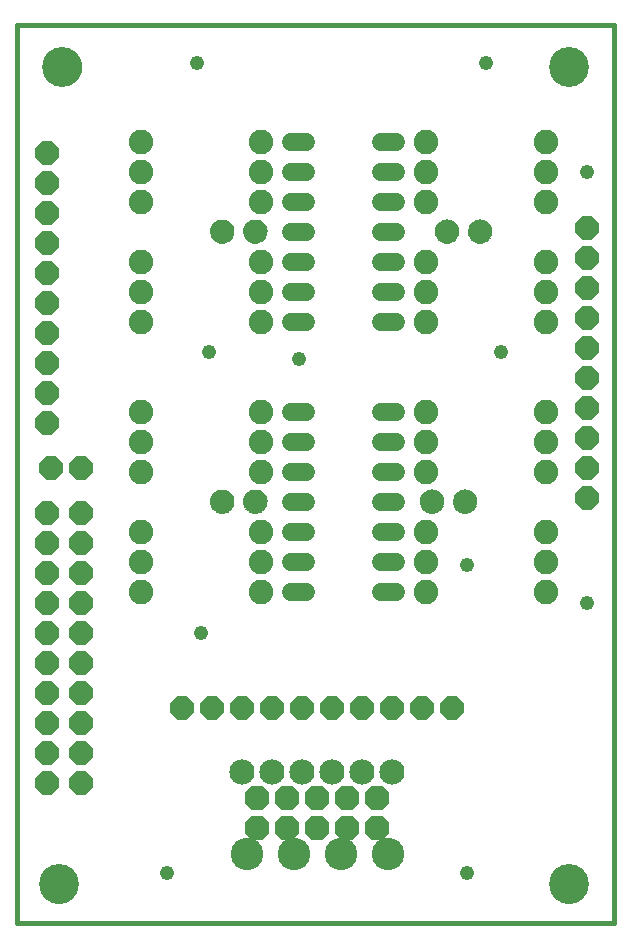
<source format=gbs>
G75*
%MOIN*%
%OFA0B0*%
%FSLAX25Y25*%
%IPPOS*%
%LPD*%
%AMOC8*
5,1,8,0,0,1.08239X$1,22.5*
%
%ADD10C,0.00000*%
%ADD11C,0.13300*%
%ADD12C,0.01600*%
%ADD13C,0.00500*%
%ADD14C,0.06000*%
%ADD15C,0.08200*%
%ADD16OC8,0.07800*%
%ADD17C,0.10839*%
%ADD18OC8,0.08200*%
%ADD19C,0.08400*%
%ADD20C,0.04762*%
D10*
X0016144Y0018050D02*
X0016146Y0018208D01*
X0016152Y0018365D01*
X0016162Y0018523D01*
X0016176Y0018680D01*
X0016194Y0018836D01*
X0016215Y0018993D01*
X0016241Y0019148D01*
X0016271Y0019303D01*
X0016304Y0019457D01*
X0016342Y0019610D01*
X0016383Y0019763D01*
X0016428Y0019914D01*
X0016477Y0020064D01*
X0016530Y0020212D01*
X0016586Y0020360D01*
X0016647Y0020505D01*
X0016710Y0020650D01*
X0016778Y0020792D01*
X0016849Y0020933D01*
X0016923Y0021072D01*
X0017001Y0021209D01*
X0017083Y0021344D01*
X0017167Y0021477D01*
X0017256Y0021608D01*
X0017347Y0021736D01*
X0017442Y0021863D01*
X0017539Y0021986D01*
X0017640Y0022108D01*
X0017744Y0022226D01*
X0017851Y0022342D01*
X0017961Y0022455D01*
X0018073Y0022566D01*
X0018189Y0022673D01*
X0018307Y0022778D01*
X0018427Y0022880D01*
X0018550Y0022978D01*
X0018676Y0023074D01*
X0018804Y0023166D01*
X0018934Y0023255D01*
X0019066Y0023341D01*
X0019201Y0023423D01*
X0019338Y0023502D01*
X0019476Y0023577D01*
X0019616Y0023649D01*
X0019759Y0023717D01*
X0019902Y0023782D01*
X0020048Y0023843D01*
X0020195Y0023900D01*
X0020343Y0023954D01*
X0020493Y0024004D01*
X0020643Y0024050D01*
X0020795Y0024092D01*
X0020948Y0024131D01*
X0021102Y0024165D01*
X0021257Y0024196D01*
X0021412Y0024222D01*
X0021568Y0024245D01*
X0021725Y0024264D01*
X0021882Y0024279D01*
X0022039Y0024290D01*
X0022197Y0024297D01*
X0022355Y0024300D01*
X0022512Y0024299D01*
X0022670Y0024294D01*
X0022827Y0024285D01*
X0022985Y0024272D01*
X0023141Y0024255D01*
X0023298Y0024234D01*
X0023453Y0024210D01*
X0023608Y0024181D01*
X0023763Y0024148D01*
X0023916Y0024112D01*
X0024069Y0024071D01*
X0024220Y0024027D01*
X0024370Y0023979D01*
X0024519Y0023928D01*
X0024667Y0023872D01*
X0024813Y0023813D01*
X0024958Y0023750D01*
X0025101Y0023683D01*
X0025242Y0023613D01*
X0025381Y0023540D01*
X0025519Y0023463D01*
X0025655Y0023382D01*
X0025788Y0023298D01*
X0025919Y0023211D01*
X0026048Y0023120D01*
X0026175Y0023026D01*
X0026300Y0022929D01*
X0026421Y0022829D01*
X0026541Y0022726D01*
X0026657Y0022620D01*
X0026771Y0022511D01*
X0026883Y0022399D01*
X0026991Y0022285D01*
X0027096Y0022167D01*
X0027199Y0022047D01*
X0027298Y0021925D01*
X0027394Y0021800D01*
X0027487Y0021672D01*
X0027577Y0021543D01*
X0027663Y0021411D01*
X0027747Y0021277D01*
X0027826Y0021141D01*
X0027903Y0021003D01*
X0027975Y0020863D01*
X0028044Y0020721D01*
X0028110Y0020578D01*
X0028172Y0020433D01*
X0028230Y0020286D01*
X0028285Y0020138D01*
X0028336Y0019989D01*
X0028383Y0019838D01*
X0028426Y0019687D01*
X0028465Y0019534D01*
X0028501Y0019380D01*
X0028532Y0019226D01*
X0028560Y0019071D01*
X0028584Y0018915D01*
X0028604Y0018758D01*
X0028620Y0018601D01*
X0028632Y0018444D01*
X0028640Y0018287D01*
X0028644Y0018129D01*
X0028644Y0017971D01*
X0028640Y0017813D01*
X0028632Y0017656D01*
X0028620Y0017499D01*
X0028604Y0017342D01*
X0028584Y0017185D01*
X0028560Y0017029D01*
X0028532Y0016874D01*
X0028501Y0016720D01*
X0028465Y0016566D01*
X0028426Y0016413D01*
X0028383Y0016262D01*
X0028336Y0016111D01*
X0028285Y0015962D01*
X0028230Y0015814D01*
X0028172Y0015667D01*
X0028110Y0015522D01*
X0028044Y0015379D01*
X0027975Y0015237D01*
X0027903Y0015097D01*
X0027826Y0014959D01*
X0027747Y0014823D01*
X0027663Y0014689D01*
X0027577Y0014557D01*
X0027487Y0014428D01*
X0027394Y0014300D01*
X0027298Y0014175D01*
X0027199Y0014053D01*
X0027096Y0013933D01*
X0026991Y0013815D01*
X0026883Y0013701D01*
X0026771Y0013589D01*
X0026657Y0013480D01*
X0026541Y0013374D01*
X0026421Y0013271D01*
X0026300Y0013171D01*
X0026175Y0013074D01*
X0026048Y0012980D01*
X0025919Y0012889D01*
X0025788Y0012802D01*
X0025655Y0012718D01*
X0025519Y0012637D01*
X0025381Y0012560D01*
X0025242Y0012487D01*
X0025101Y0012417D01*
X0024958Y0012350D01*
X0024813Y0012287D01*
X0024667Y0012228D01*
X0024519Y0012172D01*
X0024370Y0012121D01*
X0024220Y0012073D01*
X0024069Y0012029D01*
X0023916Y0011988D01*
X0023763Y0011952D01*
X0023608Y0011919D01*
X0023453Y0011890D01*
X0023298Y0011866D01*
X0023141Y0011845D01*
X0022985Y0011828D01*
X0022827Y0011815D01*
X0022670Y0011806D01*
X0022512Y0011801D01*
X0022355Y0011800D01*
X0022197Y0011803D01*
X0022039Y0011810D01*
X0021882Y0011821D01*
X0021725Y0011836D01*
X0021568Y0011855D01*
X0021412Y0011878D01*
X0021257Y0011904D01*
X0021102Y0011935D01*
X0020948Y0011969D01*
X0020795Y0012008D01*
X0020643Y0012050D01*
X0020493Y0012096D01*
X0020343Y0012146D01*
X0020195Y0012200D01*
X0020048Y0012257D01*
X0019902Y0012318D01*
X0019759Y0012383D01*
X0019616Y0012451D01*
X0019476Y0012523D01*
X0019338Y0012598D01*
X0019201Y0012677D01*
X0019066Y0012759D01*
X0018934Y0012845D01*
X0018804Y0012934D01*
X0018676Y0013026D01*
X0018550Y0013122D01*
X0018427Y0013220D01*
X0018307Y0013322D01*
X0018189Y0013427D01*
X0018073Y0013534D01*
X0017961Y0013645D01*
X0017851Y0013758D01*
X0017744Y0013874D01*
X0017640Y0013992D01*
X0017539Y0014114D01*
X0017442Y0014237D01*
X0017347Y0014364D01*
X0017256Y0014492D01*
X0017167Y0014623D01*
X0017083Y0014756D01*
X0017001Y0014891D01*
X0016923Y0015028D01*
X0016849Y0015167D01*
X0016778Y0015308D01*
X0016710Y0015450D01*
X0016647Y0015595D01*
X0016586Y0015740D01*
X0016530Y0015888D01*
X0016477Y0016036D01*
X0016428Y0016186D01*
X0016383Y0016337D01*
X0016342Y0016490D01*
X0016304Y0016643D01*
X0016271Y0016797D01*
X0016241Y0016952D01*
X0016215Y0017107D01*
X0016194Y0017264D01*
X0016176Y0017420D01*
X0016162Y0017577D01*
X0016152Y0017735D01*
X0016146Y0017892D01*
X0016144Y0018050D01*
X0186144Y0018050D02*
X0186146Y0018208D01*
X0186152Y0018365D01*
X0186162Y0018523D01*
X0186176Y0018680D01*
X0186194Y0018836D01*
X0186215Y0018993D01*
X0186241Y0019148D01*
X0186271Y0019303D01*
X0186304Y0019457D01*
X0186342Y0019610D01*
X0186383Y0019763D01*
X0186428Y0019914D01*
X0186477Y0020064D01*
X0186530Y0020212D01*
X0186586Y0020360D01*
X0186647Y0020505D01*
X0186710Y0020650D01*
X0186778Y0020792D01*
X0186849Y0020933D01*
X0186923Y0021072D01*
X0187001Y0021209D01*
X0187083Y0021344D01*
X0187167Y0021477D01*
X0187256Y0021608D01*
X0187347Y0021736D01*
X0187442Y0021863D01*
X0187539Y0021986D01*
X0187640Y0022108D01*
X0187744Y0022226D01*
X0187851Y0022342D01*
X0187961Y0022455D01*
X0188073Y0022566D01*
X0188189Y0022673D01*
X0188307Y0022778D01*
X0188427Y0022880D01*
X0188550Y0022978D01*
X0188676Y0023074D01*
X0188804Y0023166D01*
X0188934Y0023255D01*
X0189066Y0023341D01*
X0189201Y0023423D01*
X0189338Y0023502D01*
X0189476Y0023577D01*
X0189616Y0023649D01*
X0189759Y0023717D01*
X0189902Y0023782D01*
X0190048Y0023843D01*
X0190195Y0023900D01*
X0190343Y0023954D01*
X0190493Y0024004D01*
X0190643Y0024050D01*
X0190795Y0024092D01*
X0190948Y0024131D01*
X0191102Y0024165D01*
X0191257Y0024196D01*
X0191412Y0024222D01*
X0191568Y0024245D01*
X0191725Y0024264D01*
X0191882Y0024279D01*
X0192039Y0024290D01*
X0192197Y0024297D01*
X0192355Y0024300D01*
X0192512Y0024299D01*
X0192670Y0024294D01*
X0192827Y0024285D01*
X0192985Y0024272D01*
X0193141Y0024255D01*
X0193298Y0024234D01*
X0193453Y0024210D01*
X0193608Y0024181D01*
X0193763Y0024148D01*
X0193916Y0024112D01*
X0194069Y0024071D01*
X0194220Y0024027D01*
X0194370Y0023979D01*
X0194519Y0023928D01*
X0194667Y0023872D01*
X0194813Y0023813D01*
X0194958Y0023750D01*
X0195101Y0023683D01*
X0195242Y0023613D01*
X0195381Y0023540D01*
X0195519Y0023463D01*
X0195655Y0023382D01*
X0195788Y0023298D01*
X0195919Y0023211D01*
X0196048Y0023120D01*
X0196175Y0023026D01*
X0196300Y0022929D01*
X0196421Y0022829D01*
X0196541Y0022726D01*
X0196657Y0022620D01*
X0196771Y0022511D01*
X0196883Y0022399D01*
X0196991Y0022285D01*
X0197096Y0022167D01*
X0197199Y0022047D01*
X0197298Y0021925D01*
X0197394Y0021800D01*
X0197487Y0021672D01*
X0197577Y0021543D01*
X0197663Y0021411D01*
X0197747Y0021277D01*
X0197826Y0021141D01*
X0197903Y0021003D01*
X0197975Y0020863D01*
X0198044Y0020721D01*
X0198110Y0020578D01*
X0198172Y0020433D01*
X0198230Y0020286D01*
X0198285Y0020138D01*
X0198336Y0019989D01*
X0198383Y0019838D01*
X0198426Y0019687D01*
X0198465Y0019534D01*
X0198501Y0019380D01*
X0198532Y0019226D01*
X0198560Y0019071D01*
X0198584Y0018915D01*
X0198604Y0018758D01*
X0198620Y0018601D01*
X0198632Y0018444D01*
X0198640Y0018287D01*
X0198644Y0018129D01*
X0198644Y0017971D01*
X0198640Y0017813D01*
X0198632Y0017656D01*
X0198620Y0017499D01*
X0198604Y0017342D01*
X0198584Y0017185D01*
X0198560Y0017029D01*
X0198532Y0016874D01*
X0198501Y0016720D01*
X0198465Y0016566D01*
X0198426Y0016413D01*
X0198383Y0016262D01*
X0198336Y0016111D01*
X0198285Y0015962D01*
X0198230Y0015814D01*
X0198172Y0015667D01*
X0198110Y0015522D01*
X0198044Y0015379D01*
X0197975Y0015237D01*
X0197903Y0015097D01*
X0197826Y0014959D01*
X0197747Y0014823D01*
X0197663Y0014689D01*
X0197577Y0014557D01*
X0197487Y0014428D01*
X0197394Y0014300D01*
X0197298Y0014175D01*
X0197199Y0014053D01*
X0197096Y0013933D01*
X0196991Y0013815D01*
X0196883Y0013701D01*
X0196771Y0013589D01*
X0196657Y0013480D01*
X0196541Y0013374D01*
X0196421Y0013271D01*
X0196300Y0013171D01*
X0196175Y0013074D01*
X0196048Y0012980D01*
X0195919Y0012889D01*
X0195788Y0012802D01*
X0195655Y0012718D01*
X0195519Y0012637D01*
X0195381Y0012560D01*
X0195242Y0012487D01*
X0195101Y0012417D01*
X0194958Y0012350D01*
X0194813Y0012287D01*
X0194667Y0012228D01*
X0194519Y0012172D01*
X0194370Y0012121D01*
X0194220Y0012073D01*
X0194069Y0012029D01*
X0193916Y0011988D01*
X0193763Y0011952D01*
X0193608Y0011919D01*
X0193453Y0011890D01*
X0193298Y0011866D01*
X0193141Y0011845D01*
X0192985Y0011828D01*
X0192827Y0011815D01*
X0192670Y0011806D01*
X0192512Y0011801D01*
X0192355Y0011800D01*
X0192197Y0011803D01*
X0192039Y0011810D01*
X0191882Y0011821D01*
X0191725Y0011836D01*
X0191568Y0011855D01*
X0191412Y0011878D01*
X0191257Y0011904D01*
X0191102Y0011935D01*
X0190948Y0011969D01*
X0190795Y0012008D01*
X0190643Y0012050D01*
X0190493Y0012096D01*
X0190343Y0012146D01*
X0190195Y0012200D01*
X0190048Y0012257D01*
X0189902Y0012318D01*
X0189759Y0012383D01*
X0189616Y0012451D01*
X0189476Y0012523D01*
X0189338Y0012598D01*
X0189201Y0012677D01*
X0189066Y0012759D01*
X0188934Y0012845D01*
X0188804Y0012934D01*
X0188676Y0013026D01*
X0188550Y0013122D01*
X0188427Y0013220D01*
X0188307Y0013322D01*
X0188189Y0013427D01*
X0188073Y0013534D01*
X0187961Y0013645D01*
X0187851Y0013758D01*
X0187744Y0013874D01*
X0187640Y0013992D01*
X0187539Y0014114D01*
X0187442Y0014237D01*
X0187347Y0014364D01*
X0187256Y0014492D01*
X0187167Y0014623D01*
X0187083Y0014756D01*
X0187001Y0014891D01*
X0186923Y0015028D01*
X0186849Y0015167D01*
X0186778Y0015308D01*
X0186710Y0015450D01*
X0186647Y0015595D01*
X0186586Y0015740D01*
X0186530Y0015888D01*
X0186477Y0016036D01*
X0186428Y0016186D01*
X0186383Y0016337D01*
X0186342Y0016490D01*
X0186304Y0016643D01*
X0186271Y0016797D01*
X0186241Y0016952D01*
X0186215Y0017107D01*
X0186194Y0017264D01*
X0186176Y0017420D01*
X0186162Y0017577D01*
X0186152Y0017735D01*
X0186146Y0017892D01*
X0186144Y0018050D01*
X0186144Y0290550D02*
X0186146Y0290708D01*
X0186152Y0290865D01*
X0186162Y0291023D01*
X0186176Y0291180D01*
X0186194Y0291336D01*
X0186215Y0291493D01*
X0186241Y0291648D01*
X0186271Y0291803D01*
X0186304Y0291957D01*
X0186342Y0292110D01*
X0186383Y0292263D01*
X0186428Y0292414D01*
X0186477Y0292564D01*
X0186530Y0292712D01*
X0186586Y0292860D01*
X0186647Y0293005D01*
X0186710Y0293150D01*
X0186778Y0293292D01*
X0186849Y0293433D01*
X0186923Y0293572D01*
X0187001Y0293709D01*
X0187083Y0293844D01*
X0187167Y0293977D01*
X0187256Y0294108D01*
X0187347Y0294236D01*
X0187442Y0294363D01*
X0187539Y0294486D01*
X0187640Y0294608D01*
X0187744Y0294726D01*
X0187851Y0294842D01*
X0187961Y0294955D01*
X0188073Y0295066D01*
X0188189Y0295173D01*
X0188307Y0295278D01*
X0188427Y0295380D01*
X0188550Y0295478D01*
X0188676Y0295574D01*
X0188804Y0295666D01*
X0188934Y0295755D01*
X0189066Y0295841D01*
X0189201Y0295923D01*
X0189338Y0296002D01*
X0189476Y0296077D01*
X0189616Y0296149D01*
X0189759Y0296217D01*
X0189902Y0296282D01*
X0190048Y0296343D01*
X0190195Y0296400D01*
X0190343Y0296454D01*
X0190493Y0296504D01*
X0190643Y0296550D01*
X0190795Y0296592D01*
X0190948Y0296631D01*
X0191102Y0296665D01*
X0191257Y0296696D01*
X0191412Y0296722D01*
X0191568Y0296745D01*
X0191725Y0296764D01*
X0191882Y0296779D01*
X0192039Y0296790D01*
X0192197Y0296797D01*
X0192355Y0296800D01*
X0192512Y0296799D01*
X0192670Y0296794D01*
X0192827Y0296785D01*
X0192985Y0296772D01*
X0193141Y0296755D01*
X0193298Y0296734D01*
X0193453Y0296710D01*
X0193608Y0296681D01*
X0193763Y0296648D01*
X0193916Y0296612D01*
X0194069Y0296571D01*
X0194220Y0296527D01*
X0194370Y0296479D01*
X0194519Y0296428D01*
X0194667Y0296372D01*
X0194813Y0296313D01*
X0194958Y0296250D01*
X0195101Y0296183D01*
X0195242Y0296113D01*
X0195381Y0296040D01*
X0195519Y0295963D01*
X0195655Y0295882D01*
X0195788Y0295798D01*
X0195919Y0295711D01*
X0196048Y0295620D01*
X0196175Y0295526D01*
X0196300Y0295429D01*
X0196421Y0295329D01*
X0196541Y0295226D01*
X0196657Y0295120D01*
X0196771Y0295011D01*
X0196883Y0294899D01*
X0196991Y0294785D01*
X0197096Y0294667D01*
X0197199Y0294547D01*
X0197298Y0294425D01*
X0197394Y0294300D01*
X0197487Y0294172D01*
X0197577Y0294043D01*
X0197663Y0293911D01*
X0197747Y0293777D01*
X0197826Y0293641D01*
X0197903Y0293503D01*
X0197975Y0293363D01*
X0198044Y0293221D01*
X0198110Y0293078D01*
X0198172Y0292933D01*
X0198230Y0292786D01*
X0198285Y0292638D01*
X0198336Y0292489D01*
X0198383Y0292338D01*
X0198426Y0292187D01*
X0198465Y0292034D01*
X0198501Y0291880D01*
X0198532Y0291726D01*
X0198560Y0291571D01*
X0198584Y0291415D01*
X0198604Y0291258D01*
X0198620Y0291101D01*
X0198632Y0290944D01*
X0198640Y0290787D01*
X0198644Y0290629D01*
X0198644Y0290471D01*
X0198640Y0290313D01*
X0198632Y0290156D01*
X0198620Y0289999D01*
X0198604Y0289842D01*
X0198584Y0289685D01*
X0198560Y0289529D01*
X0198532Y0289374D01*
X0198501Y0289220D01*
X0198465Y0289066D01*
X0198426Y0288913D01*
X0198383Y0288762D01*
X0198336Y0288611D01*
X0198285Y0288462D01*
X0198230Y0288314D01*
X0198172Y0288167D01*
X0198110Y0288022D01*
X0198044Y0287879D01*
X0197975Y0287737D01*
X0197903Y0287597D01*
X0197826Y0287459D01*
X0197747Y0287323D01*
X0197663Y0287189D01*
X0197577Y0287057D01*
X0197487Y0286928D01*
X0197394Y0286800D01*
X0197298Y0286675D01*
X0197199Y0286553D01*
X0197096Y0286433D01*
X0196991Y0286315D01*
X0196883Y0286201D01*
X0196771Y0286089D01*
X0196657Y0285980D01*
X0196541Y0285874D01*
X0196421Y0285771D01*
X0196300Y0285671D01*
X0196175Y0285574D01*
X0196048Y0285480D01*
X0195919Y0285389D01*
X0195788Y0285302D01*
X0195655Y0285218D01*
X0195519Y0285137D01*
X0195381Y0285060D01*
X0195242Y0284987D01*
X0195101Y0284917D01*
X0194958Y0284850D01*
X0194813Y0284787D01*
X0194667Y0284728D01*
X0194519Y0284672D01*
X0194370Y0284621D01*
X0194220Y0284573D01*
X0194069Y0284529D01*
X0193916Y0284488D01*
X0193763Y0284452D01*
X0193608Y0284419D01*
X0193453Y0284390D01*
X0193298Y0284366D01*
X0193141Y0284345D01*
X0192985Y0284328D01*
X0192827Y0284315D01*
X0192670Y0284306D01*
X0192512Y0284301D01*
X0192355Y0284300D01*
X0192197Y0284303D01*
X0192039Y0284310D01*
X0191882Y0284321D01*
X0191725Y0284336D01*
X0191568Y0284355D01*
X0191412Y0284378D01*
X0191257Y0284404D01*
X0191102Y0284435D01*
X0190948Y0284469D01*
X0190795Y0284508D01*
X0190643Y0284550D01*
X0190493Y0284596D01*
X0190343Y0284646D01*
X0190195Y0284700D01*
X0190048Y0284757D01*
X0189902Y0284818D01*
X0189759Y0284883D01*
X0189616Y0284951D01*
X0189476Y0285023D01*
X0189338Y0285098D01*
X0189201Y0285177D01*
X0189066Y0285259D01*
X0188934Y0285345D01*
X0188804Y0285434D01*
X0188676Y0285526D01*
X0188550Y0285622D01*
X0188427Y0285720D01*
X0188307Y0285822D01*
X0188189Y0285927D01*
X0188073Y0286034D01*
X0187961Y0286145D01*
X0187851Y0286258D01*
X0187744Y0286374D01*
X0187640Y0286492D01*
X0187539Y0286614D01*
X0187442Y0286737D01*
X0187347Y0286864D01*
X0187256Y0286992D01*
X0187167Y0287123D01*
X0187083Y0287256D01*
X0187001Y0287391D01*
X0186923Y0287528D01*
X0186849Y0287667D01*
X0186778Y0287808D01*
X0186710Y0287950D01*
X0186647Y0288095D01*
X0186586Y0288240D01*
X0186530Y0288388D01*
X0186477Y0288536D01*
X0186428Y0288686D01*
X0186383Y0288837D01*
X0186342Y0288990D01*
X0186304Y0289143D01*
X0186271Y0289297D01*
X0186241Y0289452D01*
X0186215Y0289607D01*
X0186194Y0289764D01*
X0186176Y0289920D01*
X0186162Y0290077D01*
X0186152Y0290235D01*
X0186146Y0290392D01*
X0186144Y0290550D01*
X0017394Y0290550D02*
X0017396Y0290708D01*
X0017402Y0290865D01*
X0017412Y0291023D01*
X0017426Y0291180D01*
X0017444Y0291336D01*
X0017465Y0291493D01*
X0017491Y0291648D01*
X0017521Y0291803D01*
X0017554Y0291957D01*
X0017592Y0292110D01*
X0017633Y0292263D01*
X0017678Y0292414D01*
X0017727Y0292564D01*
X0017780Y0292712D01*
X0017836Y0292860D01*
X0017897Y0293005D01*
X0017960Y0293150D01*
X0018028Y0293292D01*
X0018099Y0293433D01*
X0018173Y0293572D01*
X0018251Y0293709D01*
X0018333Y0293844D01*
X0018417Y0293977D01*
X0018506Y0294108D01*
X0018597Y0294236D01*
X0018692Y0294363D01*
X0018789Y0294486D01*
X0018890Y0294608D01*
X0018994Y0294726D01*
X0019101Y0294842D01*
X0019211Y0294955D01*
X0019323Y0295066D01*
X0019439Y0295173D01*
X0019557Y0295278D01*
X0019677Y0295380D01*
X0019800Y0295478D01*
X0019926Y0295574D01*
X0020054Y0295666D01*
X0020184Y0295755D01*
X0020316Y0295841D01*
X0020451Y0295923D01*
X0020588Y0296002D01*
X0020726Y0296077D01*
X0020866Y0296149D01*
X0021009Y0296217D01*
X0021152Y0296282D01*
X0021298Y0296343D01*
X0021445Y0296400D01*
X0021593Y0296454D01*
X0021743Y0296504D01*
X0021893Y0296550D01*
X0022045Y0296592D01*
X0022198Y0296631D01*
X0022352Y0296665D01*
X0022507Y0296696D01*
X0022662Y0296722D01*
X0022818Y0296745D01*
X0022975Y0296764D01*
X0023132Y0296779D01*
X0023289Y0296790D01*
X0023447Y0296797D01*
X0023605Y0296800D01*
X0023762Y0296799D01*
X0023920Y0296794D01*
X0024077Y0296785D01*
X0024235Y0296772D01*
X0024391Y0296755D01*
X0024548Y0296734D01*
X0024703Y0296710D01*
X0024858Y0296681D01*
X0025013Y0296648D01*
X0025166Y0296612D01*
X0025319Y0296571D01*
X0025470Y0296527D01*
X0025620Y0296479D01*
X0025769Y0296428D01*
X0025917Y0296372D01*
X0026063Y0296313D01*
X0026208Y0296250D01*
X0026351Y0296183D01*
X0026492Y0296113D01*
X0026631Y0296040D01*
X0026769Y0295963D01*
X0026905Y0295882D01*
X0027038Y0295798D01*
X0027169Y0295711D01*
X0027298Y0295620D01*
X0027425Y0295526D01*
X0027550Y0295429D01*
X0027671Y0295329D01*
X0027791Y0295226D01*
X0027907Y0295120D01*
X0028021Y0295011D01*
X0028133Y0294899D01*
X0028241Y0294785D01*
X0028346Y0294667D01*
X0028449Y0294547D01*
X0028548Y0294425D01*
X0028644Y0294300D01*
X0028737Y0294172D01*
X0028827Y0294043D01*
X0028913Y0293911D01*
X0028997Y0293777D01*
X0029076Y0293641D01*
X0029153Y0293503D01*
X0029225Y0293363D01*
X0029294Y0293221D01*
X0029360Y0293078D01*
X0029422Y0292933D01*
X0029480Y0292786D01*
X0029535Y0292638D01*
X0029586Y0292489D01*
X0029633Y0292338D01*
X0029676Y0292187D01*
X0029715Y0292034D01*
X0029751Y0291880D01*
X0029782Y0291726D01*
X0029810Y0291571D01*
X0029834Y0291415D01*
X0029854Y0291258D01*
X0029870Y0291101D01*
X0029882Y0290944D01*
X0029890Y0290787D01*
X0029894Y0290629D01*
X0029894Y0290471D01*
X0029890Y0290313D01*
X0029882Y0290156D01*
X0029870Y0289999D01*
X0029854Y0289842D01*
X0029834Y0289685D01*
X0029810Y0289529D01*
X0029782Y0289374D01*
X0029751Y0289220D01*
X0029715Y0289066D01*
X0029676Y0288913D01*
X0029633Y0288762D01*
X0029586Y0288611D01*
X0029535Y0288462D01*
X0029480Y0288314D01*
X0029422Y0288167D01*
X0029360Y0288022D01*
X0029294Y0287879D01*
X0029225Y0287737D01*
X0029153Y0287597D01*
X0029076Y0287459D01*
X0028997Y0287323D01*
X0028913Y0287189D01*
X0028827Y0287057D01*
X0028737Y0286928D01*
X0028644Y0286800D01*
X0028548Y0286675D01*
X0028449Y0286553D01*
X0028346Y0286433D01*
X0028241Y0286315D01*
X0028133Y0286201D01*
X0028021Y0286089D01*
X0027907Y0285980D01*
X0027791Y0285874D01*
X0027671Y0285771D01*
X0027550Y0285671D01*
X0027425Y0285574D01*
X0027298Y0285480D01*
X0027169Y0285389D01*
X0027038Y0285302D01*
X0026905Y0285218D01*
X0026769Y0285137D01*
X0026631Y0285060D01*
X0026492Y0284987D01*
X0026351Y0284917D01*
X0026208Y0284850D01*
X0026063Y0284787D01*
X0025917Y0284728D01*
X0025769Y0284672D01*
X0025620Y0284621D01*
X0025470Y0284573D01*
X0025319Y0284529D01*
X0025166Y0284488D01*
X0025013Y0284452D01*
X0024858Y0284419D01*
X0024703Y0284390D01*
X0024548Y0284366D01*
X0024391Y0284345D01*
X0024235Y0284328D01*
X0024077Y0284315D01*
X0023920Y0284306D01*
X0023762Y0284301D01*
X0023605Y0284300D01*
X0023447Y0284303D01*
X0023289Y0284310D01*
X0023132Y0284321D01*
X0022975Y0284336D01*
X0022818Y0284355D01*
X0022662Y0284378D01*
X0022507Y0284404D01*
X0022352Y0284435D01*
X0022198Y0284469D01*
X0022045Y0284508D01*
X0021893Y0284550D01*
X0021743Y0284596D01*
X0021593Y0284646D01*
X0021445Y0284700D01*
X0021298Y0284757D01*
X0021152Y0284818D01*
X0021009Y0284883D01*
X0020866Y0284951D01*
X0020726Y0285023D01*
X0020588Y0285098D01*
X0020451Y0285177D01*
X0020316Y0285259D01*
X0020184Y0285345D01*
X0020054Y0285434D01*
X0019926Y0285526D01*
X0019800Y0285622D01*
X0019677Y0285720D01*
X0019557Y0285822D01*
X0019439Y0285927D01*
X0019323Y0286034D01*
X0019211Y0286145D01*
X0019101Y0286258D01*
X0018994Y0286374D01*
X0018890Y0286492D01*
X0018789Y0286614D01*
X0018692Y0286737D01*
X0018597Y0286864D01*
X0018506Y0286992D01*
X0018417Y0287123D01*
X0018333Y0287256D01*
X0018251Y0287391D01*
X0018173Y0287528D01*
X0018099Y0287667D01*
X0018028Y0287808D01*
X0017960Y0287950D01*
X0017897Y0288095D01*
X0017836Y0288240D01*
X0017780Y0288388D01*
X0017727Y0288536D01*
X0017678Y0288686D01*
X0017633Y0288837D01*
X0017592Y0288990D01*
X0017554Y0289143D01*
X0017521Y0289297D01*
X0017491Y0289452D01*
X0017465Y0289607D01*
X0017444Y0289764D01*
X0017426Y0289920D01*
X0017412Y0290077D01*
X0017402Y0290235D01*
X0017396Y0290392D01*
X0017394Y0290550D01*
D11*
X0023644Y0290550D03*
X0192394Y0290550D03*
X0192394Y0018050D03*
X0022394Y0018050D03*
D12*
X0008644Y0005107D02*
X0008644Y0304398D01*
X0207463Y0304398D01*
X0207463Y0005107D01*
X0008644Y0005107D01*
D13*
X0075609Y0142028D02*
X0076246Y0141847D01*
X0076904Y0141780D01*
X0077562Y0141845D01*
X0078199Y0142024D01*
X0078795Y0142311D01*
X0079333Y0142697D01*
X0079795Y0143170D01*
X0080168Y0143716D01*
X0080440Y0144319D01*
X0080604Y0144960D01*
X0080654Y0145620D01*
X0080573Y0146343D01*
X0080352Y0147036D01*
X0080001Y0147673D01*
X0079532Y0148229D01*
X0078964Y0148683D01*
X0078318Y0149017D01*
X0077619Y0149219D01*
X0076894Y0149280D01*
X0076173Y0149217D01*
X0075479Y0149015D01*
X0074837Y0148681D01*
X0074273Y0148228D01*
X0073808Y0147674D01*
X0073460Y0147040D01*
X0073242Y0146350D01*
X0073164Y0145630D01*
X0073212Y0144970D01*
X0073374Y0144329D01*
X0073645Y0143725D01*
X0074016Y0143178D01*
X0074477Y0142703D01*
X0075014Y0142316D01*
X0075609Y0142028D01*
X0075127Y0142261D02*
X0078692Y0142261D01*
X0079394Y0142760D02*
X0074423Y0142760D01*
X0073962Y0143258D02*
X0079855Y0143258D01*
X0080186Y0143757D02*
X0073631Y0143757D01*
X0073407Y0144255D02*
X0080411Y0144255D01*
X0080551Y0144754D02*
X0073267Y0144754D01*
X0073191Y0145252D02*
X0080626Y0145252D01*
X0080639Y0145751D02*
X0073177Y0145751D01*
X0073232Y0146249D02*
X0080583Y0146249D01*
X0080444Y0146748D02*
X0073368Y0146748D01*
X0073573Y0147246D02*
X0080236Y0147246D01*
X0079940Y0147745D02*
X0073867Y0147745D01*
X0074292Y0148243D02*
X0079514Y0148243D01*
X0078849Y0148742D02*
X0074954Y0148742D01*
X0076435Y0149240D02*
X0077365Y0149240D01*
X0084480Y0147040D02*
X0084828Y0147674D01*
X0085293Y0148228D01*
X0085857Y0148681D01*
X0086499Y0149015D01*
X0087194Y0149217D01*
X0087914Y0149280D01*
X0088639Y0149219D01*
X0089338Y0149017D01*
X0089984Y0148683D01*
X0090552Y0148229D01*
X0091021Y0147673D01*
X0091372Y0147036D01*
X0091593Y0146343D01*
X0091674Y0145620D01*
X0091624Y0144960D01*
X0091460Y0144319D01*
X0091188Y0143716D01*
X0090815Y0143170D01*
X0090353Y0142697D01*
X0089816Y0142311D01*
X0089219Y0142024D01*
X0088582Y0141845D01*
X0087924Y0141780D01*
X0087266Y0141847D01*
X0086629Y0142028D01*
X0086034Y0142316D01*
X0085497Y0142703D01*
X0085036Y0143178D01*
X0084665Y0143725D01*
X0084394Y0144329D01*
X0084232Y0144970D01*
X0084184Y0145630D01*
X0084263Y0146350D01*
X0084480Y0147040D01*
X0084593Y0147246D02*
X0091256Y0147246D01*
X0091464Y0146748D02*
X0084388Y0146748D01*
X0084252Y0146249D02*
X0091603Y0146249D01*
X0091659Y0145751D02*
X0084197Y0145751D01*
X0084212Y0145252D02*
X0091646Y0145252D01*
X0091571Y0144754D02*
X0084287Y0144754D01*
X0084427Y0144255D02*
X0091431Y0144255D01*
X0091206Y0143757D02*
X0084651Y0143757D01*
X0084982Y0143258D02*
X0090875Y0143258D01*
X0090414Y0142760D02*
X0085443Y0142760D01*
X0086147Y0142261D02*
X0089712Y0142261D01*
X0090960Y0147745D02*
X0084887Y0147745D01*
X0085312Y0148243D02*
X0090534Y0148243D01*
X0089870Y0148742D02*
X0085974Y0148742D01*
X0087456Y0149240D02*
X0088386Y0149240D01*
X0143115Y0145480D02*
X0143196Y0144757D01*
X0143416Y0144064D01*
X0143767Y0143427D01*
X0144236Y0142871D01*
X0144805Y0142417D01*
X0145451Y0142083D01*
X0146149Y0141881D01*
X0146874Y0141820D01*
X0147595Y0141883D01*
X0148289Y0142085D01*
X0148931Y0142419D01*
X0149495Y0142872D01*
X0149960Y0143426D01*
X0150308Y0144060D01*
X0150526Y0144750D01*
X0150604Y0145470D01*
X0150556Y0146130D01*
X0150394Y0146771D01*
X0150124Y0147375D01*
X0149752Y0147922D01*
X0149291Y0148397D01*
X0148755Y0148784D01*
X0148159Y0149072D01*
X0147522Y0149253D01*
X0146864Y0149320D01*
X0146206Y0149255D01*
X0145569Y0149076D01*
X0144973Y0148789D01*
X0144435Y0148403D01*
X0143973Y0147930D01*
X0143600Y0147384D01*
X0143328Y0146781D01*
X0143164Y0146140D01*
X0143115Y0145480D01*
X0143140Y0145252D02*
X0150581Y0145252D01*
X0150584Y0145751D02*
X0143135Y0145751D01*
X0143192Y0146249D02*
X0150526Y0146249D01*
X0150400Y0146748D02*
X0143320Y0146748D01*
X0143538Y0147246D02*
X0150181Y0147246D01*
X0149872Y0147745D02*
X0143847Y0147745D01*
X0144279Y0148243D02*
X0149440Y0148243D01*
X0148813Y0148742D02*
X0144907Y0148742D01*
X0146155Y0149240D02*
X0147567Y0149240D01*
X0150526Y0144754D02*
X0143197Y0144754D01*
X0143355Y0144255D02*
X0150370Y0144255D01*
X0150142Y0143757D02*
X0143586Y0143757D01*
X0143910Y0143258D02*
X0149820Y0143258D01*
X0149356Y0142760D02*
X0144376Y0142760D01*
X0145107Y0142261D02*
X0148628Y0142261D01*
X0154436Y0144064D02*
X0154216Y0144757D01*
X0154135Y0145480D01*
X0154184Y0146140D01*
X0154348Y0146781D01*
X0154620Y0147384D01*
X0154993Y0147930D01*
X0155456Y0148403D01*
X0155993Y0148789D01*
X0156589Y0149076D01*
X0157226Y0149255D01*
X0157884Y0149320D01*
X0158543Y0149253D01*
X0159179Y0149072D01*
X0159775Y0148784D01*
X0160311Y0148397D01*
X0160772Y0147922D01*
X0161144Y0147375D01*
X0161414Y0146771D01*
X0161576Y0146130D01*
X0161625Y0145470D01*
X0161546Y0144750D01*
X0161328Y0144060D01*
X0160981Y0143426D01*
X0160516Y0142872D01*
X0159951Y0142419D01*
X0159310Y0142085D01*
X0158615Y0141883D01*
X0157894Y0141820D01*
X0157169Y0141881D01*
X0156471Y0142083D01*
X0155825Y0142417D01*
X0155256Y0142871D01*
X0154788Y0143427D01*
X0154436Y0144064D01*
X0154375Y0144255D02*
X0161390Y0144255D01*
X0161546Y0144754D02*
X0154217Y0144754D01*
X0154160Y0145252D02*
X0161601Y0145252D01*
X0161604Y0145751D02*
X0154155Y0145751D01*
X0154212Y0146249D02*
X0161546Y0146249D01*
X0161420Y0146748D02*
X0154340Y0146748D01*
X0154558Y0147246D02*
X0161201Y0147246D01*
X0160892Y0147745D02*
X0154867Y0147745D01*
X0155299Y0148243D02*
X0160460Y0148243D01*
X0159833Y0148742D02*
X0155927Y0148742D01*
X0157175Y0149240D02*
X0158587Y0149240D01*
X0161162Y0143757D02*
X0154606Y0143757D01*
X0154930Y0143258D02*
X0160840Y0143258D01*
X0160376Y0142760D02*
X0155396Y0142760D01*
X0156127Y0142261D02*
X0159648Y0142261D01*
X0162894Y0231820D02*
X0163615Y0231883D01*
X0164310Y0232085D01*
X0164951Y0232419D01*
X0165516Y0232872D01*
X0165981Y0233426D01*
X0166328Y0234060D01*
X0166546Y0234750D01*
X0166625Y0235470D01*
X0166576Y0236130D01*
X0166414Y0236771D01*
X0166144Y0237375D01*
X0165772Y0237922D01*
X0165311Y0238397D01*
X0164775Y0238784D01*
X0164179Y0239072D01*
X0163543Y0239253D01*
X0162884Y0239320D01*
X0162226Y0239255D01*
X0161589Y0239076D01*
X0160993Y0238789D01*
X0160456Y0238403D01*
X0159993Y0237930D01*
X0159620Y0237384D01*
X0159348Y0236781D01*
X0159184Y0236140D01*
X0159135Y0235480D01*
X0159216Y0234757D01*
X0159436Y0234064D01*
X0159788Y0233427D01*
X0160256Y0232871D01*
X0160825Y0232417D01*
X0161471Y0232083D01*
X0162169Y0231881D01*
X0162894Y0231820D01*
X0163994Y0231993D02*
X0161782Y0231993D01*
X0160732Y0232492D02*
X0165042Y0232492D01*
X0165615Y0232990D02*
X0160156Y0232990D01*
X0159754Y0233489D02*
X0166015Y0233489D01*
X0166288Y0233987D02*
X0159479Y0233987D01*
X0159302Y0234486D02*
X0166462Y0234486D01*
X0166571Y0234984D02*
X0159190Y0234984D01*
X0159135Y0235483D02*
X0166624Y0235483D01*
X0166587Y0235981D02*
X0159173Y0235981D01*
X0159271Y0236480D02*
X0166488Y0236480D01*
X0166322Y0236978D02*
X0159437Y0236978D01*
X0159684Y0237477D02*
X0166074Y0237477D01*
X0165720Y0237975D02*
X0160038Y0237975D01*
X0160554Y0238474D02*
X0165204Y0238474D01*
X0164386Y0238972D02*
X0161374Y0238972D01*
X0155394Y0236771D02*
X0155556Y0236130D01*
X0155604Y0235470D01*
X0155526Y0234750D01*
X0155308Y0234060D01*
X0154960Y0233426D01*
X0154495Y0232872D01*
X0153931Y0232419D01*
X0153289Y0232085D01*
X0152595Y0231883D01*
X0151874Y0231820D01*
X0151149Y0231881D01*
X0150451Y0232083D01*
X0149805Y0232417D01*
X0149236Y0232871D01*
X0148767Y0233427D01*
X0148416Y0234064D01*
X0148196Y0234757D01*
X0148115Y0235480D01*
X0148164Y0236140D01*
X0148328Y0236781D01*
X0148600Y0237384D01*
X0148973Y0237930D01*
X0149435Y0238403D01*
X0149973Y0238789D01*
X0150569Y0239076D01*
X0151206Y0239255D01*
X0151864Y0239320D01*
X0152522Y0239253D01*
X0153159Y0239072D01*
X0153755Y0238784D01*
X0154291Y0238397D01*
X0154752Y0237922D01*
X0155124Y0237375D01*
X0155394Y0236771D01*
X0155301Y0236978D02*
X0148417Y0236978D01*
X0148251Y0236480D02*
X0155468Y0236480D01*
X0155567Y0235981D02*
X0148152Y0235981D01*
X0148115Y0235483D02*
X0155603Y0235483D01*
X0155551Y0234984D02*
X0148170Y0234984D01*
X0148282Y0234486D02*
X0155442Y0234486D01*
X0155268Y0233987D02*
X0148458Y0233987D01*
X0148734Y0233489D02*
X0154995Y0233489D01*
X0154595Y0232990D02*
X0149136Y0232990D01*
X0149712Y0232492D02*
X0154022Y0232492D01*
X0152974Y0231993D02*
X0150762Y0231993D01*
X0148664Y0237477D02*
X0155054Y0237477D01*
X0154700Y0237975D02*
X0149018Y0237975D01*
X0149534Y0238474D02*
X0154184Y0238474D01*
X0153366Y0238972D02*
X0150354Y0238972D01*
X0091674Y0235620D02*
X0091624Y0234960D01*
X0091460Y0234319D01*
X0091188Y0233716D01*
X0090815Y0233170D01*
X0090353Y0232697D01*
X0089816Y0232311D01*
X0089219Y0232024D01*
X0088582Y0231845D01*
X0087924Y0231780D01*
X0087266Y0231847D01*
X0086629Y0232028D01*
X0086034Y0232316D01*
X0085497Y0232703D01*
X0085036Y0233178D01*
X0084665Y0233725D01*
X0084394Y0234329D01*
X0084232Y0234970D01*
X0084184Y0235630D01*
X0084263Y0236350D01*
X0084480Y0237040D01*
X0084828Y0237674D01*
X0085293Y0238228D01*
X0085857Y0238681D01*
X0086499Y0239015D01*
X0087194Y0239217D01*
X0087914Y0239280D01*
X0088639Y0239219D01*
X0089338Y0239017D01*
X0089984Y0238683D01*
X0090552Y0238229D01*
X0091021Y0237673D01*
X0091372Y0237036D01*
X0091593Y0236343D01*
X0091674Y0235620D01*
X0091663Y0235483D02*
X0084195Y0235483D01*
X0084222Y0235981D02*
X0091633Y0235981D01*
X0091549Y0236480D02*
X0084304Y0236480D01*
X0084461Y0236978D02*
X0091391Y0236978D01*
X0091129Y0237477D02*
X0084720Y0237477D01*
X0085081Y0237975D02*
X0090766Y0237975D01*
X0090245Y0238474D02*
X0085599Y0238474D01*
X0086417Y0238972D02*
X0089424Y0238972D01*
X0091626Y0234984D02*
X0084231Y0234984D01*
X0084354Y0234486D02*
X0091503Y0234486D01*
X0091310Y0233987D02*
X0084547Y0233987D01*
X0084825Y0233489D02*
X0091033Y0233489D01*
X0090639Y0232990D02*
X0085219Y0232990D01*
X0085791Y0232492D02*
X0090067Y0232492D01*
X0089109Y0231993D02*
X0086751Y0231993D01*
X0080440Y0234319D02*
X0080168Y0233716D01*
X0079795Y0233170D01*
X0079333Y0232697D01*
X0078795Y0232311D01*
X0078199Y0232024D01*
X0077562Y0231845D01*
X0076904Y0231780D01*
X0076246Y0231847D01*
X0075609Y0232028D01*
X0075014Y0232316D01*
X0074477Y0232703D01*
X0074016Y0233178D01*
X0073645Y0233725D01*
X0073374Y0234329D01*
X0073212Y0234970D01*
X0073164Y0235630D01*
X0073242Y0236350D01*
X0073460Y0237040D01*
X0073808Y0237674D01*
X0074273Y0238228D01*
X0074837Y0238681D01*
X0075479Y0239015D01*
X0076173Y0239217D01*
X0076894Y0239280D01*
X0077619Y0239219D01*
X0078318Y0239017D01*
X0078964Y0238683D01*
X0079532Y0238229D01*
X0080001Y0237673D01*
X0080352Y0237036D01*
X0080573Y0236343D01*
X0080654Y0235620D01*
X0080604Y0234960D01*
X0080440Y0234319D01*
X0080483Y0234486D02*
X0073334Y0234486D01*
X0073211Y0234984D02*
X0080606Y0234984D01*
X0080643Y0235483D02*
X0073175Y0235483D01*
X0073202Y0235981D02*
X0080613Y0235981D01*
X0080529Y0236480D02*
X0073284Y0236480D01*
X0073441Y0236978D02*
X0080371Y0236978D01*
X0080109Y0237477D02*
X0073700Y0237477D01*
X0074061Y0237975D02*
X0079746Y0237975D01*
X0079225Y0238474D02*
X0074579Y0238474D01*
X0075397Y0238972D02*
X0078404Y0238972D01*
X0080290Y0233987D02*
X0073527Y0233987D01*
X0073805Y0233489D02*
X0080012Y0233489D01*
X0079619Y0232990D02*
X0074199Y0232990D01*
X0074770Y0232492D02*
X0079047Y0232492D01*
X0078089Y0231993D02*
X0075731Y0231993D01*
D14*
X0099794Y0235550D02*
X0104994Y0235550D01*
X0104994Y0225550D02*
X0099794Y0225550D01*
X0099794Y0215550D02*
X0104994Y0215550D01*
X0104994Y0205550D02*
X0099794Y0205550D01*
X0099794Y0175550D02*
X0104994Y0175550D01*
X0104994Y0165550D02*
X0099794Y0165550D01*
X0099794Y0155550D02*
X0104994Y0155550D01*
X0104994Y0145550D02*
X0099794Y0145550D01*
X0099794Y0135550D02*
X0104994Y0135550D01*
X0104994Y0125550D02*
X0099794Y0125550D01*
X0099794Y0115550D02*
X0104994Y0115550D01*
X0129794Y0115550D02*
X0134994Y0115550D01*
X0134994Y0125550D02*
X0129794Y0125550D01*
X0129794Y0135550D02*
X0134994Y0135550D01*
X0134994Y0145550D02*
X0129794Y0145550D01*
X0129794Y0155550D02*
X0134994Y0155550D01*
X0134994Y0165550D02*
X0129794Y0165550D01*
X0129794Y0175550D02*
X0134994Y0175550D01*
X0134994Y0205550D02*
X0129794Y0205550D01*
X0129794Y0215550D02*
X0134994Y0215550D01*
X0134994Y0225550D02*
X0129794Y0225550D01*
X0129794Y0235550D02*
X0134994Y0235550D01*
X0134994Y0245550D02*
X0129794Y0245550D01*
X0129794Y0255550D02*
X0134994Y0255550D01*
X0134994Y0265550D02*
X0129794Y0265550D01*
X0104994Y0265550D02*
X0099794Y0265550D01*
X0099794Y0255550D02*
X0104994Y0255550D01*
X0104994Y0245550D02*
X0099794Y0245550D01*
D15*
X0089894Y0245550D03*
X0089894Y0255550D03*
X0089894Y0265550D03*
X0089894Y0225550D03*
X0089894Y0215550D03*
X0089894Y0205550D03*
X0089894Y0175550D03*
X0089894Y0165550D03*
X0089894Y0155550D03*
X0089894Y0135550D03*
X0089894Y0125550D03*
X0089894Y0115550D03*
X0049894Y0115550D03*
X0049894Y0125550D03*
X0049894Y0135550D03*
X0049894Y0155550D03*
X0049894Y0165550D03*
X0049894Y0175550D03*
X0049894Y0205550D03*
X0049894Y0215550D03*
X0049894Y0225550D03*
X0049894Y0245550D03*
X0049894Y0255550D03*
X0049894Y0265550D03*
X0144894Y0265550D03*
X0144894Y0255550D03*
X0144894Y0245550D03*
X0144894Y0225550D03*
X0144894Y0215550D03*
X0144894Y0205550D03*
X0144894Y0175550D03*
X0144894Y0165550D03*
X0144894Y0155550D03*
X0144894Y0135550D03*
X0144894Y0125550D03*
X0144894Y0115550D03*
X0184894Y0115550D03*
X0184894Y0125550D03*
X0184894Y0135550D03*
X0184894Y0155550D03*
X0184894Y0165550D03*
X0184894Y0175550D03*
X0184894Y0205550D03*
X0184894Y0215550D03*
X0184894Y0225550D03*
X0184894Y0245550D03*
X0184894Y0255550D03*
X0184894Y0265550D03*
D16*
X0198644Y0236800D03*
X0198644Y0226800D03*
X0198644Y0216800D03*
X0198644Y0206800D03*
X0198644Y0196800D03*
X0198644Y0186800D03*
X0198644Y0176800D03*
X0198644Y0166800D03*
X0198644Y0156800D03*
X0198644Y0146800D03*
X0153644Y0076800D03*
X0143644Y0076800D03*
X0133644Y0076800D03*
X0123644Y0076800D03*
X0113644Y0076800D03*
X0103644Y0076800D03*
X0093644Y0076800D03*
X0083644Y0076800D03*
X0073644Y0076800D03*
X0063644Y0076800D03*
X0029894Y0071800D03*
X0029894Y0061800D03*
X0029894Y0051800D03*
X0018644Y0051800D03*
X0018644Y0061800D03*
X0018644Y0071800D03*
X0018644Y0081800D03*
X0018644Y0091800D03*
X0018644Y0101800D03*
X0018644Y0111800D03*
X0018644Y0121800D03*
X0018644Y0131800D03*
X0018644Y0141800D03*
X0019894Y0156800D03*
X0029894Y0156800D03*
X0029894Y0141800D03*
X0029894Y0131800D03*
X0029894Y0121800D03*
X0029894Y0111800D03*
X0029894Y0101800D03*
X0029894Y0091800D03*
X0029894Y0081800D03*
X0018644Y0171800D03*
X0018644Y0181800D03*
X0018644Y0191800D03*
X0018644Y0201800D03*
X0018644Y0211800D03*
X0018644Y0221800D03*
X0018644Y0231800D03*
X0018644Y0241800D03*
X0018644Y0251800D03*
X0018644Y0261800D03*
D17*
X0085258Y0028050D03*
X0100849Y0028050D03*
X0116439Y0028050D03*
X0132030Y0028050D03*
D18*
X0128644Y0036800D03*
X0128644Y0046800D03*
X0118644Y0046800D03*
X0108644Y0046800D03*
X0108644Y0036800D03*
X0118644Y0036800D03*
X0098644Y0036800D03*
X0098644Y0046800D03*
X0088644Y0046800D03*
X0088644Y0036800D03*
D19*
X0083644Y0055550D03*
X0093644Y0055550D03*
X0103644Y0055550D03*
X0113644Y0055550D03*
X0123644Y0055550D03*
X0133644Y0055550D03*
D20*
X0158644Y0021800D03*
X0198644Y0111800D03*
X0158644Y0124300D03*
X0169894Y0195550D03*
X0198644Y0255550D03*
X0164894Y0291800D03*
X0102394Y0193050D03*
X0072394Y0195550D03*
X0069894Y0101800D03*
X0058644Y0021800D03*
X0068644Y0291800D03*
M02*

</source>
